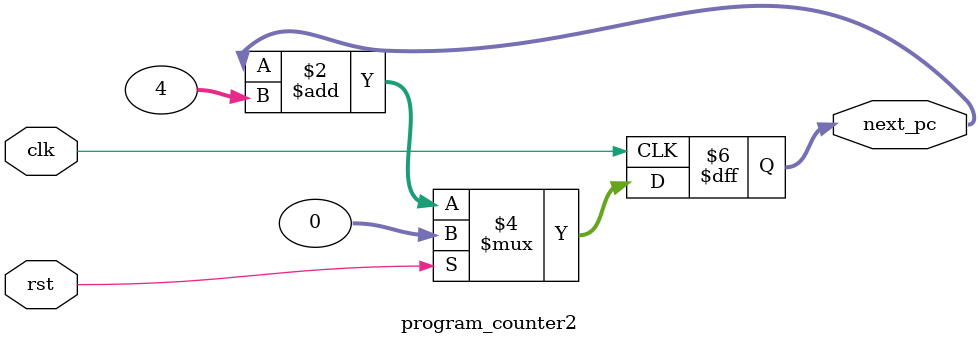
<source format=v>
/**
 * This is written by Zhiyang Ong 
 * and Andrew Mattheisen 
 * for EE577b Troy WideWord Processor Project
 */

// Behavioral model for the 32-bit program counter
module program_counter2 (next_pc,rst,clk);

	// Output signals...
	// Incremented value of the program counter
	output [0:31] next_pc;
	
	
	
	
	// ===============================================================
	// Input signals
	// Clock signal for the program counter
	input clk;
	// Reset signal for the program counter
	input rst;
	/**
	 * May also include: branch_offset[n:0], is_branch
	 * Size of branch offset is specified in the Instruction Set
	 * Architecture
	 */
	
	
	
	
	
	// ===============================================================
	// Declare "wire" signals:
	//wire FSM_OUTPUT;
	



	
	// ===============================================================
	// Declare "reg" signals: 
	reg [0:31] next_pc;		// Output signals

	
	
	
	// ===============================================================
	
	always @(posedge clk)
	begin
		// If the reset signal sis set to HIGH
		if(rst)
		begin
			// Set its value to ZERO
			next_pc<=32'd0;
		end
		else
		begin
			next_pc<=next_pc+32'd4;
		end
	end
	
	
	
	
endmodule

</source>
